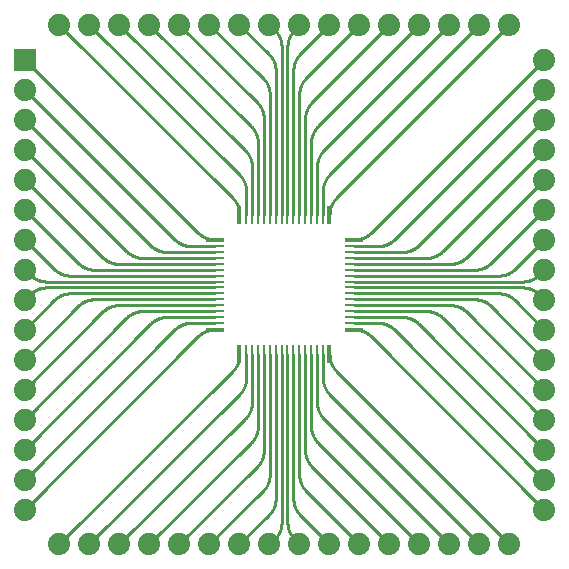
<source format=gtl>
G75*
%MOIN*%
%OFA0B0*%
%FSLAX25Y25*%
%IPPOS*%
%LPD*%
%AMOC8*
5,1,8,0,0,1.08239X$1,22.5*
%
%ADD10R,0.07400X0.07400*%
%ADD11C,0.07400*%
%ADD12R,0.05906X0.01575*%
%ADD13R,0.05906X0.01102*%
%ADD14R,0.01575X0.05906*%
%ADD15R,0.01102X0.05906*%
%ADD16C,0.01000*%
D10*
X0006906Y0168520D03*
D11*
X0006906Y0018520D03*
X0006906Y0028520D03*
X0006906Y0038520D03*
X0006906Y0048520D03*
X0006906Y0058520D03*
X0006906Y0068520D03*
X0006906Y0078520D03*
X0006906Y0088520D03*
X0006906Y0098520D03*
X0006906Y0108520D03*
X0006906Y0118520D03*
X0006906Y0128520D03*
X0006906Y0138520D03*
X0006906Y0148520D03*
X0006906Y0158520D03*
X0018520Y0180134D03*
X0028520Y0180134D03*
X0038520Y0180134D03*
X0048520Y0180134D03*
X0058520Y0180134D03*
X0068520Y0180134D03*
X0078520Y0180134D03*
X0088520Y0180134D03*
X0098520Y0180134D03*
X0108520Y0180134D03*
X0118520Y0180134D03*
X0128520Y0180134D03*
X0138520Y0180134D03*
X0148520Y0180134D03*
X0158520Y0180134D03*
X0168520Y0180134D03*
X0180134Y0168520D03*
X0180134Y0158520D03*
X0180134Y0148520D03*
X0180134Y0138520D03*
X0180134Y0128520D03*
X0180134Y0118520D03*
X0180134Y0108520D03*
X0180134Y0098520D03*
X0180134Y0088520D03*
X0180134Y0078520D03*
X0180134Y0068520D03*
X0180134Y0058520D03*
X0180134Y0048520D03*
X0180134Y0038520D03*
X0180134Y0028520D03*
X0180134Y0018520D03*
X0168520Y0006906D03*
X0158520Y0006906D03*
X0148520Y0006906D03*
X0138520Y0006906D03*
X0128520Y0006906D03*
X0118520Y0006906D03*
X0108520Y0006906D03*
X0098520Y0006906D03*
X0088520Y0006906D03*
X0078520Y0006906D03*
X0068520Y0006906D03*
X0058520Y0006906D03*
X0048520Y0006906D03*
X0038520Y0006906D03*
X0028520Y0006906D03*
X0018520Y0006906D03*
D12*
X0070291Y0078520D03*
X0070291Y0108520D03*
X0116748Y0108520D03*
X0116748Y0078520D03*
D13*
X0116748Y0080724D03*
X0116748Y0082693D03*
X0116748Y0084661D03*
X0116748Y0086630D03*
X0116748Y0088598D03*
X0116748Y0090567D03*
X0116748Y0092535D03*
X0116748Y0094504D03*
X0116748Y0096472D03*
X0116748Y0098441D03*
X0116748Y0100409D03*
X0116748Y0102378D03*
X0116748Y0104346D03*
X0116748Y0106315D03*
X0070291Y0106315D03*
X0070291Y0104346D03*
X0070291Y0102378D03*
X0070291Y0100409D03*
X0070291Y0098441D03*
X0070291Y0096472D03*
X0070291Y0094504D03*
X0070291Y0092535D03*
X0070291Y0090567D03*
X0070291Y0088598D03*
X0070291Y0086630D03*
X0070291Y0084661D03*
X0070291Y0082693D03*
X0070291Y0080724D03*
D14*
X0078520Y0070291D03*
X0108520Y0070291D03*
X0108520Y0116748D03*
X0078520Y0116748D03*
D15*
X0080724Y0116748D03*
X0082693Y0116748D03*
X0084661Y0116748D03*
X0086630Y0116748D03*
X0088598Y0116748D03*
X0090567Y0116748D03*
X0092535Y0116748D03*
X0094504Y0116748D03*
X0096472Y0116748D03*
X0098441Y0116748D03*
X0100409Y0116748D03*
X0102378Y0116748D03*
X0104346Y0116748D03*
X0106315Y0116748D03*
X0106315Y0070291D03*
X0104346Y0070291D03*
X0102378Y0070291D03*
X0100409Y0070291D03*
X0098441Y0070291D03*
X0096472Y0070291D03*
X0094504Y0070291D03*
X0092535Y0070291D03*
X0090567Y0070291D03*
X0088598Y0070291D03*
X0086630Y0070291D03*
X0084661Y0070291D03*
X0082693Y0070291D03*
X0080724Y0070291D03*
D16*
X0080724Y0062372D01*
X0076213Y0064599D02*
X0018520Y0006906D01*
X0028520Y0006906D02*
X0078418Y0056804D01*
X0082693Y0054340D02*
X0082691Y0054153D01*
X0082684Y0053965D01*
X0082673Y0053778D01*
X0082657Y0053592D01*
X0082637Y0053405D01*
X0082613Y0053219D01*
X0082584Y0053034D01*
X0082551Y0052850D01*
X0082513Y0052666D01*
X0082471Y0052484D01*
X0082425Y0052302D01*
X0082374Y0052122D01*
X0082319Y0051942D01*
X0082260Y0051765D01*
X0082197Y0051588D01*
X0082129Y0051414D01*
X0082057Y0051240D01*
X0081981Y0051069D01*
X0081902Y0050899D01*
X0081818Y0050732D01*
X0081730Y0050566D01*
X0081638Y0050403D01*
X0081542Y0050242D01*
X0081443Y0050083D01*
X0081340Y0049927D01*
X0081233Y0049773D01*
X0081122Y0049621D01*
X0081008Y0049473D01*
X0080891Y0049327D01*
X0080770Y0049184D01*
X0080645Y0049043D01*
X0080518Y0048906D01*
X0080387Y0048772D01*
X0038520Y0006906D01*
X0048520Y0006906D02*
X0082355Y0040741D01*
X0086630Y0038277D02*
X0086628Y0038090D01*
X0086621Y0037902D01*
X0086610Y0037715D01*
X0086594Y0037529D01*
X0086574Y0037342D01*
X0086550Y0037156D01*
X0086521Y0036971D01*
X0086488Y0036787D01*
X0086450Y0036603D01*
X0086408Y0036421D01*
X0086362Y0036239D01*
X0086311Y0036059D01*
X0086256Y0035879D01*
X0086197Y0035702D01*
X0086134Y0035525D01*
X0086066Y0035351D01*
X0085994Y0035177D01*
X0085918Y0035006D01*
X0085839Y0034836D01*
X0085755Y0034669D01*
X0085667Y0034503D01*
X0085575Y0034340D01*
X0085479Y0034179D01*
X0085380Y0034020D01*
X0085277Y0033864D01*
X0085170Y0033710D01*
X0085059Y0033558D01*
X0084945Y0033410D01*
X0084828Y0033264D01*
X0084707Y0033121D01*
X0084582Y0032980D01*
X0084455Y0032843D01*
X0084324Y0032709D01*
X0058520Y0006906D01*
X0068520Y0006906D02*
X0086292Y0024678D01*
X0090567Y0022214D02*
X0090565Y0022027D01*
X0090558Y0021839D01*
X0090547Y0021652D01*
X0090531Y0021466D01*
X0090511Y0021279D01*
X0090487Y0021093D01*
X0090458Y0020908D01*
X0090425Y0020724D01*
X0090387Y0020540D01*
X0090345Y0020358D01*
X0090299Y0020176D01*
X0090248Y0019996D01*
X0090193Y0019816D01*
X0090134Y0019639D01*
X0090071Y0019462D01*
X0090003Y0019288D01*
X0089931Y0019114D01*
X0089855Y0018943D01*
X0089776Y0018773D01*
X0089692Y0018606D01*
X0089604Y0018440D01*
X0089512Y0018277D01*
X0089416Y0018116D01*
X0089317Y0017957D01*
X0089214Y0017801D01*
X0089107Y0017647D01*
X0088996Y0017495D01*
X0088882Y0017347D01*
X0088765Y0017201D01*
X0088644Y0017058D01*
X0088519Y0016917D01*
X0088392Y0016780D01*
X0088261Y0016646D01*
X0088261Y0016647D02*
X0078520Y0006906D01*
X0090229Y0008615D02*
X0090360Y0008749D01*
X0090487Y0008886D01*
X0090612Y0009027D01*
X0090733Y0009170D01*
X0090850Y0009316D01*
X0090964Y0009464D01*
X0091075Y0009616D01*
X0091182Y0009770D01*
X0091285Y0009926D01*
X0091384Y0010085D01*
X0091480Y0010246D01*
X0091572Y0010409D01*
X0091660Y0010575D01*
X0091744Y0010742D01*
X0091823Y0010912D01*
X0091899Y0011083D01*
X0091971Y0011257D01*
X0092039Y0011431D01*
X0092102Y0011608D01*
X0092161Y0011785D01*
X0092216Y0011965D01*
X0092267Y0012145D01*
X0092313Y0012327D01*
X0092355Y0012509D01*
X0092393Y0012693D01*
X0092426Y0012877D01*
X0092455Y0013062D01*
X0092479Y0013248D01*
X0092499Y0013435D01*
X0092515Y0013621D01*
X0092526Y0013808D01*
X0092533Y0013996D01*
X0092535Y0014183D01*
X0092535Y0070291D01*
X0090567Y0070291D02*
X0090567Y0022214D01*
X0096472Y0022214D02*
X0096472Y0070291D01*
X0094504Y0070291D02*
X0094504Y0014183D01*
X0098779Y0016647D02*
X0108520Y0006906D01*
X0096810Y0008615D02*
X0096679Y0008749D01*
X0096552Y0008886D01*
X0096427Y0009027D01*
X0096306Y0009170D01*
X0096189Y0009316D01*
X0096075Y0009464D01*
X0095964Y0009616D01*
X0095857Y0009770D01*
X0095754Y0009926D01*
X0095655Y0010085D01*
X0095559Y0010246D01*
X0095467Y0010409D01*
X0095379Y0010575D01*
X0095295Y0010742D01*
X0095216Y0010912D01*
X0095140Y0011083D01*
X0095068Y0011257D01*
X0095000Y0011431D01*
X0094937Y0011608D01*
X0094878Y0011785D01*
X0094823Y0011965D01*
X0094772Y0012145D01*
X0094726Y0012327D01*
X0094684Y0012509D01*
X0094646Y0012693D01*
X0094613Y0012877D01*
X0094584Y0013062D01*
X0094560Y0013248D01*
X0094540Y0013435D01*
X0094524Y0013621D01*
X0094513Y0013808D01*
X0094506Y0013996D01*
X0094504Y0014183D01*
X0096810Y0008615D02*
X0098520Y0006906D01*
X0090229Y0008615D02*
X0088520Y0006906D01*
X0098778Y0016646D02*
X0098647Y0016780D01*
X0098520Y0016917D01*
X0098395Y0017058D01*
X0098274Y0017201D01*
X0098157Y0017347D01*
X0098043Y0017495D01*
X0097932Y0017647D01*
X0097825Y0017801D01*
X0097722Y0017957D01*
X0097623Y0018116D01*
X0097527Y0018277D01*
X0097435Y0018440D01*
X0097347Y0018606D01*
X0097263Y0018773D01*
X0097184Y0018943D01*
X0097108Y0019114D01*
X0097036Y0019288D01*
X0096968Y0019462D01*
X0096905Y0019639D01*
X0096846Y0019816D01*
X0096791Y0019996D01*
X0096740Y0020176D01*
X0096694Y0020358D01*
X0096652Y0020540D01*
X0096614Y0020724D01*
X0096581Y0020908D01*
X0096552Y0021093D01*
X0096528Y0021279D01*
X0096508Y0021466D01*
X0096492Y0021652D01*
X0096481Y0021839D01*
X0096474Y0022027D01*
X0096472Y0022214D01*
X0100747Y0024678D02*
X0118520Y0006906D01*
X0128520Y0006906D02*
X0102716Y0032709D01*
X0098441Y0030246D02*
X0098443Y0030059D01*
X0098450Y0029871D01*
X0098461Y0029684D01*
X0098477Y0029498D01*
X0098497Y0029311D01*
X0098521Y0029125D01*
X0098550Y0028940D01*
X0098583Y0028756D01*
X0098621Y0028572D01*
X0098663Y0028390D01*
X0098709Y0028208D01*
X0098760Y0028028D01*
X0098815Y0027848D01*
X0098874Y0027671D01*
X0098937Y0027494D01*
X0099005Y0027320D01*
X0099077Y0027146D01*
X0099153Y0026975D01*
X0099232Y0026805D01*
X0099316Y0026638D01*
X0099404Y0026472D01*
X0099496Y0026309D01*
X0099592Y0026148D01*
X0099691Y0025989D01*
X0099794Y0025833D01*
X0099901Y0025679D01*
X0100012Y0025527D01*
X0100126Y0025379D01*
X0100243Y0025233D01*
X0100364Y0025090D01*
X0100489Y0024949D01*
X0100616Y0024812D01*
X0100747Y0024678D01*
X0098441Y0030246D02*
X0098441Y0070291D01*
X0100409Y0070291D02*
X0100409Y0038277D01*
X0104684Y0040741D02*
X0138520Y0006906D01*
X0148520Y0006906D02*
X0106653Y0048772D01*
X0102378Y0046309D02*
X0102380Y0046122D01*
X0102387Y0045934D01*
X0102398Y0045747D01*
X0102414Y0045561D01*
X0102434Y0045374D01*
X0102458Y0045188D01*
X0102487Y0045003D01*
X0102520Y0044819D01*
X0102558Y0044635D01*
X0102600Y0044453D01*
X0102646Y0044271D01*
X0102697Y0044091D01*
X0102752Y0043911D01*
X0102811Y0043734D01*
X0102874Y0043557D01*
X0102942Y0043383D01*
X0103014Y0043209D01*
X0103090Y0043038D01*
X0103169Y0042868D01*
X0103253Y0042701D01*
X0103341Y0042535D01*
X0103433Y0042372D01*
X0103529Y0042211D01*
X0103628Y0042052D01*
X0103731Y0041896D01*
X0103838Y0041742D01*
X0103949Y0041590D01*
X0104063Y0041442D01*
X0104180Y0041296D01*
X0104301Y0041153D01*
X0104426Y0041012D01*
X0104553Y0040875D01*
X0104684Y0040741D01*
X0100409Y0038277D02*
X0100411Y0038090D01*
X0100418Y0037902D01*
X0100429Y0037715D01*
X0100445Y0037529D01*
X0100465Y0037342D01*
X0100489Y0037156D01*
X0100518Y0036971D01*
X0100551Y0036787D01*
X0100589Y0036603D01*
X0100631Y0036421D01*
X0100677Y0036239D01*
X0100728Y0036059D01*
X0100783Y0035879D01*
X0100842Y0035702D01*
X0100905Y0035525D01*
X0100973Y0035351D01*
X0101045Y0035177D01*
X0101121Y0035006D01*
X0101200Y0034836D01*
X0101284Y0034669D01*
X0101372Y0034503D01*
X0101464Y0034340D01*
X0101560Y0034179D01*
X0101659Y0034020D01*
X0101762Y0033864D01*
X0101869Y0033710D01*
X0101980Y0033558D01*
X0102094Y0033410D01*
X0102211Y0033264D01*
X0102332Y0033121D01*
X0102457Y0032980D01*
X0102584Y0032843D01*
X0102715Y0032709D01*
X0102378Y0046309D02*
X0102378Y0070291D01*
X0104346Y0070291D02*
X0104346Y0054340D01*
X0108621Y0056804D02*
X0158520Y0006906D01*
X0168520Y0006906D02*
X0110826Y0064599D01*
X0106315Y0062372D02*
X0106317Y0062185D01*
X0106324Y0061997D01*
X0106335Y0061810D01*
X0106351Y0061624D01*
X0106371Y0061437D01*
X0106395Y0061251D01*
X0106424Y0061066D01*
X0106457Y0060882D01*
X0106495Y0060698D01*
X0106537Y0060516D01*
X0106583Y0060334D01*
X0106634Y0060154D01*
X0106689Y0059974D01*
X0106748Y0059797D01*
X0106811Y0059620D01*
X0106879Y0059446D01*
X0106951Y0059272D01*
X0107027Y0059101D01*
X0107106Y0058931D01*
X0107190Y0058764D01*
X0107278Y0058598D01*
X0107370Y0058435D01*
X0107466Y0058274D01*
X0107565Y0058115D01*
X0107668Y0057959D01*
X0107775Y0057805D01*
X0107886Y0057653D01*
X0108000Y0057505D01*
X0108117Y0057359D01*
X0108238Y0057216D01*
X0108363Y0057075D01*
X0108490Y0056938D01*
X0108621Y0056804D01*
X0104346Y0054340D02*
X0104348Y0054153D01*
X0104355Y0053965D01*
X0104366Y0053778D01*
X0104382Y0053592D01*
X0104402Y0053405D01*
X0104426Y0053219D01*
X0104455Y0053034D01*
X0104488Y0052850D01*
X0104526Y0052666D01*
X0104568Y0052484D01*
X0104614Y0052302D01*
X0104665Y0052122D01*
X0104720Y0051942D01*
X0104779Y0051765D01*
X0104842Y0051588D01*
X0104910Y0051414D01*
X0104982Y0051240D01*
X0105058Y0051069D01*
X0105137Y0050899D01*
X0105221Y0050732D01*
X0105309Y0050566D01*
X0105401Y0050403D01*
X0105497Y0050242D01*
X0105596Y0050083D01*
X0105699Y0049927D01*
X0105806Y0049773D01*
X0105917Y0049621D01*
X0106031Y0049473D01*
X0106148Y0049327D01*
X0106269Y0049184D01*
X0106394Y0049043D01*
X0106521Y0048906D01*
X0106652Y0048772D01*
X0106315Y0062372D02*
X0106315Y0070291D01*
X0108520Y0070291D02*
X0108520Y0070167D01*
X0108522Y0069980D01*
X0108529Y0069792D01*
X0108540Y0069605D01*
X0108556Y0069419D01*
X0108576Y0069232D01*
X0108600Y0069046D01*
X0108629Y0068861D01*
X0108662Y0068677D01*
X0108700Y0068493D01*
X0108742Y0068311D01*
X0108788Y0068129D01*
X0108839Y0067949D01*
X0108894Y0067769D01*
X0108953Y0067592D01*
X0109016Y0067415D01*
X0109084Y0067241D01*
X0109156Y0067067D01*
X0109232Y0066896D01*
X0109311Y0066726D01*
X0109395Y0066559D01*
X0109483Y0066393D01*
X0109575Y0066230D01*
X0109671Y0066069D01*
X0109770Y0065910D01*
X0109873Y0065754D01*
X0109980Y0065600D01*
X0110091Y0065448D01*
X0110205Y0065300D01*
X0110322Y0065154D01*
X0110443Y0065011D01*
X0110568Y0064870D01*
X0110695Y0064733D01*
X0110826Y0064599D01*
X0116872Y0078520D02*
X0117059Y0078518D01*
X0117247Y0078511D01*
X0117434Y0078500D01*
X0117620Y0078484D01*
X0117807Y0078464D01*
X0117993Y0078440D01*
X0118178Y0078411D01*
X0118362Y0078378D01*
X0118546Y0078340D01*
X0118728Y0078298D01*
X0118910Y0078252D01*
X0119090Y0078201D01*
X0119270Y0078146D01*
X0119447Y0078087D01*
X0119624Y0078024D01*
X0119798Y0077956D01*
X0119972Y0077884D01*
X0120143Y0077808D01*
X0120313Y0077729D01*
X0120480Y0077645D01*
X0120646Y0077557D01*
X0120809Y0077465D01*
X0120970Y0077369D01*
X0121129Y0077270D01*
X0121285Y0077167D01*
X0121439Y0077060D01*
X0121591Y0076949D01*
X0121739Y0076835D01*
X0121885Y0076718D01*
X0122028Y0076597D01*
X0122169Y0076472D01*
X0122306Y0076345D01*
X0122440Y0076214D01*
X0122440Y0076213D02*
X0180134Y0018520D01*
X0180134Y0028520D02*
X0130235Y0078418D01*
X0132699Y0082693D02*
X0132886Y0082691D01*
X0133074Y0082684D01*
X0133261Y0082673D01*
X0133447Y0082657D01*
X0133634Y0082637D01*
X0133820Y0082613D01*
X0134005Y0082584D01*
X0134189Y0082551D01*
X0134373Y0082513D01*
X0134555Y0082471D01*
X0134737Y0082425D01*
X0134917Y0082374D01*
X0135097Y0082319D01*
X0135274Y0082260D01*
X0135451Y0082197D01*
X0135625Y0082129D01*
X0135799Y0082057D01*
X0135970Y0081981D01*
X0136140Y0081902D01*
X0136307Y0081818D01*
X0136473Y0081730D01*
X0136636Y0081638D01*
X0136797Y0081542D01*
X0136956Y0081443D01*
X0137112Y0081340D01*
X0137266Y0081233D01*
X0137418Y0081122D01*
X0137566Y0081008D01*
X0137712Y0080891D01*
X0137855Y0080770D01*
X0137996Y0080645D01*
X0138133Y0080518D01*
X0138267Y0080387D01*
X0180134Y0038520D01*
X0180134Y0048520D02*
X0146298Y0082355D01*
X0148762Y0086630D02*
X0148949Y0086628D01*
X0149137Y0086621D01*
X0149324Y0086610D01*
X0149510Y0086594D01*
X0149697Y0086574D01*
X0149883Y0086550D01*
X0150068Y0086521D01*
X0150252Y0086488D01*
X0150436Y0086450D01*
X0150618Y0086408D01*
X0150800Y0086362D01*
X0150980Y0086311D01*
X0151160Y0086256D01*
X0151337Y0086197D01*
X0151514Y0086134D01*
X0151688Y0086066D01*
X0151862Y0085994D01*
X0152033Y0085918D01*
X0152203Y0085839D01*
X0152370Y0085755D01*
X0152536Y0085667D01*
X0152699Y0085575D01*
X0152860Y0085479D01*
X0153019Y0085380D01*
X0153175Y0085277D01*
X0153329Y0085170D01*
X0153481Y0085059D01*
X0153629Y0084945D01*
X0153775Y0084828D01*
X0153918Y0084707D01*
X0154059Y0084582D01*
X0154196Y0084455D01*
X0154330Y0084324D01*
X0180134Y0058520D01*
X0180134Y0068520D02*
X0162361Y0086292D01*
X0164825Y0090567D02*
X0165012Y0090565D01*
X0165200Y0090558D01*
X0165387Y0090547D01*
X0165573Y0090531D01*
X0165760Y0090511D01*
X0165946Y0090487D01*
X0166131Y0090458D01*
X0166315Y0090425D01*
X0166499Y0090387D01*
X0166681Y0090345D01*
X0166863Y0090299D01*
X0167043Y0090248D01*
X0167223Y0090193D01*
X0167400Y0090134D01*
X0167577Y0090071D01*
X0167751Y0090003D01*
X0167925Y0089931D01*
X0168096Y0089855D01*
X0168266Y0089776D01*
X0168433Y0089692D01*
X0168599Y0089604D01*
X0168762Y0089512D01*
X0168923Y0089416D01*
X0169082Y0089317D01*
X0169238Y0089214D01*
X0169392Y0089107D01*
X0169544Y0088996D01*
X0169692Y0088882D01*
X0169838Y0088765D01*
X0169981Y0088644D01*
X0170122Y0088519D01*
X0170259Y0088392D01*
X0170393Y0088261D01*
X0180134Y0078520D01*
X0178425Y0090229D02*
X0178291Y0090360D01*
X0178154Y0090487D01*
X0178013Y0090612D01*
X0177870Y0090733D01*
X0177724Y0090850D01*
X0177576Y0090964D01*
X0177424Y0091075D01*
X0177270Y0091182D01*
X0177114Y0091285D01*
X0176955Y0091384D01*
X0176794Y0091480D01*
X0176631Y0091572D01*
X0176465Y0091660D01*
X0176298Y0091744D01*
X0176128Y0091823D01*
X0175957Y0091899D01*
X0175783Y0091971D01*
X0175609Y0092039D01*
X0175432Y0092102D01*
X0175255Y0092161D01*
X0175075Y0092216D01*
X0174895Y0092267D01*
X0174713Y0092313D01*
X0174531Y0092355D01*
X0174347Y0092393D01*
X0174163Y0092426D01*
X0173978Y0092455D01*
X0173792Y0092479D01*
X0173605Y0092499D01*
X0173419Y0092515D01*
X0173232Y0092526D01*
X0173044Y0092533D01*
X0172857Y0092535D01*
X0116748Y0092535D01*
X0116748Y0090567D02*
X0164825Y0090567D01*
X0164825Y0096472D02*
X0116748Y0096472D01*
X0116748Y0094504D02*
X0172857Y0094504D01*
X0170393Y0098779D02*
X0180134Y0108520D01*
X0178425Y0096810D02*
X0178291Y0096679D01*
X0178154Y0096552D01*
X0178013Y0096427D01*
X0177870Y0096306D01*
X0177724Y0096189D01*
X0177576Y0096075D01*
X0177424Y0095964D01*
X0177270Y0095857D01*
X0177114Y0095754D01*
X0176955Y0095655D01*
X0176794Y0095559D01*
X0176631Y0095467D01*
X0176465Y0095379D01*
X0176298Y0095295D01*
X0176128Y0095216D01*
X0175957Y0095140D01*
X0175783Y0095068D01*
X0175609Y0095000D01*
X0175432Y0094937D01*
X0175255Y0094878D01*
X0175075Y0094823D01*
X0174895Y0094772D01*
X0174713Y0094726D01*
X0174531Y0094684D01*
X0174347Y0094646D01*
X0174163Y0094613D01*
X0173978Y0094584D01*
X0173792Y0094560D01*
X0173605Y0094540D01*
X0173419Y0094524D01*
X0173232Y0094513D01*
X0173044Y0094506D01*
X0172857Y0094504D01*
X0178424Y0096810D02*
X0180134Y0098520D01*
X0178424Y0090229D02*
X0180134Y0088520D01*
X0170393Y0098778D02*
X0170259Y0098647D01*
X0170122Y0098520D01*
X0169981Y0098395D01*
X0169838Y0098274D01*
X0169692Y0098157D01*
X0169544Y0098043D01*
X0169392Y0097932D01*
X0169238Y0097825D01*
X0169082Y0097722D01*
X0168923Y0097623D01*
X0168762Y0097527D01*
X0168599Y0097435D01*
X0168433Y0097347D01*
X0168266Y0097263D01*
X0168096Y0097184D01*
X0167925Y0097108D01*
X0167751Y0097036D01*
X0167577Y0096968D01*
X0167400Y0096905D01*
X0167223Y0096846D01*
X0167043Y0096791D01*
X0166863Y0096740D01*
X0166681Y0096694D01*
X0166499Y0096652D01*
X0166315Y0096614D01*
X0166131Y0096581D01*
X0165946Y0096552D01*
X0165760Y0096528D01*
X0165573Y0096508D01*
X0165387Y0096492D01*
X0165200Y0096481D01*
X0165012Y0096474D01*
X0164825Y0096472D01*
X0162361Y0100747D02*
X0180134Y0118520D01*
X0180134Y0128520D02*
X0154330Y0102716D01*
X0156794Y0098441D02*
X0156981Y0098443D01*
X0157169Y0098450D01*
X0157356Y0098461D01*
X0157542Y0098477D01*
X0157729Y0098497D01*
X0157915Y0098521D01*
X0158100Y0098550D01*
X0158284Y0098583D01*
X0158468Y0098621D01*
X0158650Y0098663D01*
X0158832Y0098709D01*
X0159012Y0098760D01*
X0159192Y0098815D01*
X0159369Y0098874D01*
X0159546Y0098937D01*
X0159720Y0099005D01*
X0159894Y0099077D01*
X0160065Y0099153D01*
X0160235Y0099232D01*
X0160402Y0099316D01*
X0160568Y0099404D01*
X0160731Y0099496D01*
X0160892Y0099592D01*
X0161051Y0099691D01*
X0161207Y0099794D01*
X0161361Y0099901D01*
X0161513Y0100012D01*
X0161661Y0100126D01*
X0161807Y0100243D01*
X0161950Y0100364D01*
X0162091Y0100489D01*
X0162228Y0100616D01*
X0162362Y0100747D01*
X0156794Y0098441D02*
X0116748Y0098441D01*
X0116748Y0100409D02*
X0148762Y0100409D01*
X0146298Y0104684D02*
X0180134Y0138520D01*
X0180134Y0148520D02*
X0138267Y0106653D01*
X0140731Y0102378D02*
X0140918Y0102380D01*
X0141106Y0102387D01*
X0141293Y0102398D01*
X0141479Y0102414D01*
X0141666Y0102434D01*
X0141852Y0102458D01*
X0142037Y0102487D01*
X0142221Y0102520D01*
X0142405Y0102558D01*
X0142587Y0102600D01*
X0142769Y0102646D01*
X0142949Y0102697D01*
X0143129Y0102752D01*
X0143306Y0102811D01*
X0143483Y0102874D01*
X0143657Y0102942D01*
X0143831Y0103014D01*
X0144002Y0103090D01*
X0144172Y0103169D01*
X0144339Y0103253D01*
X0144505Y0103341D01*
X0144668Y0103433D01*
X0144829Y0103529D01*
X0144988Y0103628D01*
X0145144Y0103731D01*
X0145298Y0103838D01*
X0145450Y0103949D01*
X0145598Y0104063D01*
X0145744Y0104180D01*
X0145887Y0104301D01*
X0146028Y0104426D01*
X0146165Y0104553D01*
X0146299Y0104684D01*
X0148762Y0100409D02*
X0148949Y0100411D01*
X0149137Y0100418D01*
X0149324Y0100429D01*
X0149510Y0100445D01*
X0149697Y0100465D01*
X0149883Y0100489D01*
X0150068Y0100518D01*
X0150252Y0100551D01*
X0150436Y0100589D01*
X0150618Y0100631D01*
X0150800Y0100677D01*
X0150980Y0100728D01*
X0151160Y0100783D01*
X0151337Y0100842D01*
X0151514Y0100905D01*
X0151688Y0100973D01*
X0151862Y0101045D01*
X0152033Y0101121D01*
X0152203Y0101200D01*
X0152370Y0101284D01*
X0152536Y0101372D01*
X0152699Y0101464D01*
X0152860Y0101560D01*
X0153019Y0101659D01*
X0153175Y0101762D01*
X0153329Y0101869D01*
X0153481Y0101980D01*
X0153629Y0102094D01*
X0153775Y0102211D01*
X0153918Y0102332D01*
X0154059Y0102457D01*
X0154196Y0102584D01*
X0154330Y0102715D01*
X0140731Y0102378D02*
X0116748Y0102378D01*
X0116748Y0104346D02*
X0132699Y0104346D01*
X0130235Y0108621D02*
X0180134Y0158520D01*
X0180134Y0168520D02*
X0122440Y0110826D01*
X0124668Y0106315D02*
X0124855Y0106317D01*
X0125043Y0106324D01*
X0125230Y0106335D01*
X0125416Y0106351D01*
X0125603Y0106371D01*
X0125789Y0106395D01*
X0125974Y0106424D01*
X0126158Y0106457D01*
X0126342Y0106495D01*
X0126524Y0106537D01*
X0126706Y0106583D01*
X0126886Y0106634D01*
X0127066Y0106689D01*
X0127243Y0106748D01*
X0127420Y0106811D01*
X0127594Y0106879D01*
X0127768Y0106951D01*
X0127939Y0107027D01*
X0128109Y0107106D01*
X0128276Y0107190D01*
X0128442Y0107278D01*
X0128605Y0107370D01*
X0128766Y0107466D01*
X0128925Y0107565D01*
X0129081Y0107668D01*
X0129235Y0107775D01*
X0129387Y0107886D01*
X0129535Y0108000D01*
X0129681Y0108117D01*
X0129824Y0108238D01*
X0129965Y0108363D01*
X0130102Y0108490D01*
X0130236Y0108621D01*
X0132699Y0104346D02*
X0132886Y0104348D01*
X0133074Y0104355D01*
X0133261Y0104366D01*
X0133447Y0104382D01*
X0133634Y0104402D01*
X0133820Y0104426D01*
X0134005Y0104455D01*
X0134189Y0104488D01*
X0134373Y0104526D01*
X0134555Y0104568D01*
X0134737Y0104614D01*
X0134917Y0104665D01*
X0135097Y0104720D01*
X0135274Y0104779D01*
X0135451Y0104842D01*
X0135625Y0104910D01*
X0135799Y0104982D01*
X0135970Y0105058D01*
X0136140Y0105137D01*
X0136307Y0105221D01*
X0136473Y0105309D01*
X0136636Y0105401D01*
X0136797Y0105497D01*
X0136956Y0105596D01*
X0137112Y0105699D01*
X0137266Y0105806D01*
X0137418Y0105917D01*
X0137566Y0106031D01*
X0137712Y0106148D01*
X0137855Y0106269D01*
X0137996Y0106394D01*
X0138133Y0106521D01*
X0138267Y0106652D01*
X0124668Y0106315D02*
X0116748Y0106315D01*
X0116748Y0108520D02*
X0116872Y0108520D01*
X0117059Y0108522D01*
X0117247Y0108529D01*
X0117434Y0108540D01*
X0117620Y0108556D01*
X0117807Y0108576D01*
X0117993Y0108600D01*
X0118178Y0108629D01*
X0118362Y0108662D01*
X0118546Y0108700D01*
X0118728Y0108742D01*
X0118910Y0108788D01*
X0119090Y0108839D01*
X0119270Y0108894D01*
X0119447Y0108953D01*
X0119624Y0109016D01*
X0119798Y0109084D01*
X0119972Y0109156D01*
X0120143Y0109232D01*
X0120313Y0109311D01*
X0120480Y0109395D01*
X0120646Y0109483D01*
X0120809Y0109575D01*
X0120970Y0109671D01*
X0121129Y0109770D01*
X0121285Y0109873D01*
X0121439Y0109980D01*
X0121591Y0110091D01*
X0121739Y0110205D01*
X0121885Y0110322D01*
X0122028Y0110443D01*
X0122169Y0110568D01*
X0122306Y0110695D01*
X0122440Y0110826D01*
X0108520Y0116872D02*
X0108522Y0117059D01*
X0108529Y0117247D01*
X0108540Y0117434D01*
X0108556Y0117620D01*
X0108576Y0117807D01*
X0108600Y0117993D01*
X0108629Y0118178D01*
X0108662Y0118362D01*
X0108700Y0118546D01*
X0108742Y0118728D01*
X0108788Y0118910D01*
X0108839Y0119090D01*
X0108894Y0119270D01*
X0108953Y0119447D01*
X0109016Y0119624D01*
X0109084Y0119798D01*
X0109156Y0119972D01*
X0109232Y0120143D01*
X0109311Y0120313D01*
X0109395Y0120480D01*
X0109483Y0120646D01*
X0109575Y0120809D01*
X0109671Y0120970D01*
X0109770Y0121129D01*
X0109873Y0121285D01*
X0109980Y0121439D01*
X0110091Y0121591D01*
X0110205Y0121739D01*
X0110322Y0121885D01*
X0110443Y0122028D01*
X0110568Y0122169D01*
X0110695Y0122306D01*
X0110826Y0122440D01*
X0168520Y0180134D01*
X0158520Y0180134D02*
X0108621Y0130235D01*
X0104346Y0132699D02*
X0104348Y0132886D01*
X0104355Y0133074D01*
X0104366Y0133261D01*
X0104382Y0133447D01*
X0104402Y0133634D01*
X0104426Y0133820D01*
X0104455Y0134005D01*
X0104488Y0134189D01*
X0104526Y0134373D01*
X0104568Y0134555D01*
X0104614Y0134737D01*
X0104665Y0134917D01*
X0104720Y0135097D01*
X0104779Y0135274D01*
X0104842Y0135451D01*
X0104910Y0135625D01*
X0104982Y0135799D01*
X0105058Y0135970D01*
X0105137Y0136140D01*
X0105221Y0136307D01*
X0105309Y0136473D01*
X0105401Y0136636D01*
X0105497Y0136797D01*
X0105596Y0136956D01*
X0105699Y0137112D01*
X0105806Y0137266D01*
X0105917Y0137418D01*
X0106031Y0137566D01*
X0106148Y0137712D01*
X0106269Y0137855D01*
X0106394Y0137996D01*
X0106521Y0138133D01*
X0106652Y0138267D01*
X0106653Y0138267D02*
X0148520Y0180134D01*
X0138520Y0180134D02*
X0104684Y0146298D01*
X0100409Y0148762D02*
X0100411Y0148949D01*
X0100418Y0149137D01*
X0100429Y0149324D01*
X0100445Y0149510D01*
X0100465Y0149697D01*
X0100489Y0149883D01*
X0100518Y0150068D01*
X0100551Y0150252D01*
X0100589Y0150436D01*
X0100631Y0150618D01*
X0100677Y0150800D01*
X0100728Y0150980D01*
X0100783Y0151160D01*
X0100842Y0151337D01*
X0100905Y0151514D01*
X0100973Y0151688D01*
X0101045Y0151862D01*
X0101121Y0152033D01*
X0101200Y0152203D01*
X0101284Y0152370D01*
X0101372Y0152536D01*
X0101464Y0152699D01*
X0101560Y0152860D01*
X0101659Y0153019D01*
X0101762Y0153175D01*
X0101869Y0153329D01*
X0101980Y0153481D01*
X0102094Y0153629D01*
X0102211Y0153775D01*
X0102332Y0153918D01*
X0102457Y0154059D01*
X0102584Y0154196D01*
X0102715Y0154330D01*
X0102716Y0154330D02*
X0128520Y0180134D01*
X0118520Y0180134D02*
X0100747Y0162361D01*
X0096472Y0164825D02*
X0096474Y0165012D01*
X0096481Y0165200D01*
X0096492Y0165387D01*
X0096508Y0165573D01*
X0096528Y0165760D01*
X0096552Y0165946D01*
X0096581Y0166131D01*
X0096614Y0166315D01*
X0096652Y0166499D01*
X0096694Y0166681D01*
X0096740Y0166863D01*
X0096791Y0167043D01*
X0096846Y0167223D01*
X0096905Y0167400D01*
X0096968Y0167577D01*
X0097036Y0167751D01*
X0097108Y0167925D01*
X0097184Y0168096D01*
X0097263Y0168266D01*
X0097347Y0168433D01*
X0097435Y0168599D01*
X0097527Y0168762D01*
X0097623Y0168923D01*
X0097722Y0169082D01*
X0097825Y0169238D01*
X0097932Y0169392D01*
X0098043Y0169544D01*
X0098157Y0169692D01*
X0098274Y0169838D01*
X0098395Y0169981D01*
X0098520Y0170122D01*
X0098647Y0170259D01*
X0098778Y0170393D01*
X0098779Y0170393D02*
X0108520Y0180134D01*
X0096810Y0178425D02*
X0096679Y0178291D01*
X0096552Y0178154D01*
X0096427Y0178013D01*
X0096306Y0177870D01*
X0096189Y0177724D01*
X0096075Y0177576D01*
X0095964Y0177424D01*
X0095857Y0177270D01*
X0095754Y0177114D01*
X0095655Y0176955D01*
X0095559Y0176794D01*
X0095467Y0176631D01*
X0095379Y0176465D01*
X0095295Y0176298D01*
X0095216Y0176128D01*
X0095140Y0175957D01*
X0095068Y0175783D01*
X0095000Y0175609D01*
X0094937Y0175432D01*
X0094878Y0175255D01*
X0094823Y0175075D01*
X0094772Y0174895D01*
X0094726Y0174713D01*
X0094684Y0174531D01*
X0094646Y0174347D01*
X0094613Y0174163D01*
X0094584Y0173978D01*
X0094560Y0173792D01*
X0094540Y0173605D01*
X0094524Y0173419D01*
X0094513Y0173232D01*
X0094506Y0173044D01*
X0094504Y0172857D01*
X0094504Y0116748D01*
X0096472Y0116748D02*
X0096472Y0164825D01*
X0090567Y0164825D02*
X0090567Y0116748D01*
X0092535Y0116748D02*
X0092535Y0172857D01*
X0088261Y0170393D02*
X0078520Y0180134D01*
X0090229Y0178425D02*
X0090360Y0178291D01*
X0090487Y0178154D01*
X0090612Y0178013D01*
X0090733Y0177870D01*
X0090850Y0177724D01*
X0090964Y0177576D01*
X0091075Y0177424D01*
X0091182Y0177270D01*
X0091285Y0177114D01*
X0091384Y0176955D01*
X0091480Y0176794D01*
X0091572Y0176631D01*
X0091660Y0176465D01*
X0091744Y0176298D01*
X0091823Y0176128D01*
X0091899Y0175957D01*
X0091971Y0175783D01*
X0092039Y0175609D01*
X0092102Y0175432D01*
X0092161Y0175255D01*
X0092216Y0175075D01*
X0092267Y0174895D01*
X0092313Y0174713D01*
X0092355Y0174531D01*
X0092393Y0174347D01*
X0092426Y0174163D01*
X0092455Y0173978D01*
X0092479Y0173792D01*
X0092499Y0173605D01*
X0092515Y0173419D01*
X0092526Y0173232D01*
X0092533Y0173044D01*
X0092535Y0172857D01*
X0090229Y0178424D02*
X0088520Y0180134D01*
X0096810Y0178424D02*
X0098520Y0180134D01*
X0088261Y0170393D02*
X0088392Y0170259D01*
X0088519Y0170122D01*
X0088644Y0169981D01*
X0088765Y0169838D01*
X0088882Y0169692D01*
X0088996Y0169544D01*
X0089107Y0169392D01*
X0089214Y0169238D01*
X0089317Y0169082D01*
X0089416Y0168923D01*
X0089512Y0168762D01*
X0089604Y0168599D01*
X0089692Y0168433D01*
X0089776Y0168266D01*
X0089855Y0168096D01*
X0089931Y0167925D01*
X0090003Y0167751D01*
X0090071Y0167577D01*
X0090134Y0167400D01*
X0090193Y0167223D01*
X0090248Y0167043D01*
X0090299Y0166863D01*
X0090345Y0166681D01*
X0090387Y0166499D01*
X0090425Y0166315D01*
X0090458Y0166131D01*
X0090487Y0165946D01*
X0090511Y0165760D01*
X0090531Y0165573D01*
X0090547Y0165387D01*
X0090558Y0165200D01*
X0090565Y0165012D01*
X0090567Y0164825D01*
X0086292Y0162361D02*
X0068520Y0180134D01*
X0058520Y0180134D02*
X0084324Y0154330D01*
X0088598Y0156794D02*
X0088596Y0156981D01*
X0088589Y0157169D01*
X0088578Y0157356D01*
X0088562Y0157542D01*
X0088542Y0157729D01*
X0088518Y0157915D01*
X0088489Y0158100D01*
X0088456Y0158284D01*
X0088418Y0158468D01*
X0088376Y0158650D01*
X0088330Y0158832D01*
X0088279Y0159012D01*
X0088224Y0159192D01*
X0088165Y0159369D01*
X0088102Y0159546D01*
X0088034Y0159720D01*
X0087962Y0159894D01*
X0087886Y0160065D01*
X0087807Y0160235D01*
X0087723Y0160402D01*
X0087635Y0160568D01*
X0087543Y0160731D01*
X0087447Y0160892D01*
X0087348Y0161051D01*
X0087245Y0161207D01*
X0087138Y0161361D01*
X0087027Y0161513D01*
X0086913Y0161661D01*
X0086796Y0161807D01*
X0086675Y0161950D01*
X0086550Y0162091D01*
X0086423Y0162228D01*
X0086292Y0162362D01*
X0088598Y0156794D02*
X0088598Y0116748D01*
X0086630Y0116748D02*
X0086630Y0148762D01*
X0082355Y0146298D02*
X0048520Y0180134D01*
X0038520Y0180134D02*
X0080387Y0138267D01*
X0084661Y0140731D02*
X0084659Y0140918D01*
X0084652Y0141106D01*
X0084641Y0141293D01*
X0084625Y0141479D01*
X0084605Y0141666D01*
X0084581Y0141852D01*
X0084552Y0142037D01*
X0084519Y0142221D01*
X0084481Y0142405D01*
X0084439Y0142587D01*
X0084393Y0142769D01*
X0084342Y0142949D01*
X0084287Y0143129D01*
X0084228Y0143306D01*
X0084165Y0143483D01*
X0084097Y0143657D01*
X0084025Y0143831D01*
X0083949Y0144002D01*
X0083870Y0144172D01*
X0083786Y0144339D01*
X0083698Y0144505D01*
X0083606Y0144668D01*
X0083510Y0144829D01*
X0083411Y0144988D01*
X0083308Y0145144D01*
X0083201Y0145298D01*
X0083090Y0145450D01*
X0082976Y0145598D01*
X0082859Y0145744D01*
X0082738Y0145887D01*
X0082613Y0146028D01*
X0082486Y0146165D01*
X0082355Y0146299D01*
X0086630Y0148762D02*
X0086628Y0148949D01*
X0086621Y0149137D01*
X0086610Y0149324D01*
X0086594Y0149510D01*
X0086574Y0149697D01*
X0086550Y0149883D01*
X0086521Y0150068D01*
X0086488Y0150252D01*
X0086450Y0150436D01*
X0086408Y0150618D01*
X0086362Y0150800D01*
X0086311Y0150980D01*
X0086256Y0151160D01*
X0086197Y0151337D01*
X0086134Y0151514D01*
X0086066Y0151688D01*
X0085994Y0151862D01*
X0085918Y0152033D01*
X0085839Y0152203D01*
X0085755Y0152370D01*
X0085667Y0152536D01*
X0085575Y0152699D01*
X0085479Y0152860D01*
X0085380Y0153019D01*
X0085277Y0153175D01*
X0085170Y0153329D01*
X0085059Y0153481D01*
X0084945Y0153629D01*
X0084828Y0153775D01*
X0084707Y0153918D01*
X0084582Y0154059D01*
X0084455Y0154196D01*
X0084324Y0154330D01*
X0084661Y0140731D02*
X0084661Y0116748D01*
X0082693Y0116748D02*
X0082693Y0132699D01*
X0078418Y0130235D02*
X0028520Y0180134D01*
X0018520Y0180134D02*
X0076213Y0122440D01*
X0080724Y0124668D02*
X0080722Y0124855D01*
X0080715Y0125043D01*
X0080704Y0125230D01*
X0080688Y0125416D01*
X0080668Y0125603D01*
X0080644Y0125789D01*
X0080615Y0125974D01*
X0080582Y0126158D01*
X0080544Y0126342D01*
X0080502Y0126524D01*
X0080456Y0126706D01*
X0080405Y0126886D01*
X0080350Y0127066D01*
X0080291Y0127243D01*
X0080228Y0127420D01*
X0080160Y0127594D01*
X0080088Y0127768D01*
X0080012Y0127939D01*
X0079933Y0128109D01*
X0079849Y0128276D01*
X0079761Y0128442D01*
X0079669Y0128605D01*
X0079573Y0128766D01*
X0079474Y0128925D01*
X0079371Y0129081D01*
X0079264Y0129235D01*
X0079153Y0129387D01*
X0079039Y0129535D01*
X0078922Y0129681D01*
X0078801Y0129824D01*
X0078676Y0129965D01*
X0078549Y0130102D01*
X0078418Y0130236D01*
X0082693Y0132699D02*
X0082691Y0132886D01*
X0082684Y0133074D01*
X0082673Y0133261D01*
X0082657Y0133447D01*
X0082637Y0133634D01*
X0082613Y0133820D01*
X0082584Y0134005D01*
X0082551Y0134189D01*
X0082513Y0134373D01*
X0082471Y0134555D01*
X0082425Y0134737D01*
X0082374Y0134917D01*
X0082319Y0135097D01*
X0082260Y0135274D01*
X0082197Y0135451D01*
X0082129Y0135625D01*
X0082057Y0135799D01*
X0081981Y0135970D01*
X0081902Y0136140D01*
X0081818Y0136307D01*
X0081730Y0136473D01*
X0081638Y0136636D01*
X0081542Y0136797D01*
X0081443Y0136956D01*
X0081340Y0137112D01*
X0081233Y0137266D01*
X0081122Y0137418D01*
X0081008Y0137566D01*
X0080891Y0137712D01*
X0080770Y0137855D01*
X0080645Y0137996D01*
X0080518Y0138133D01*
X0080387Y0138267D01*
X0080724Y0124668D02*
X0080724Y0116748D01*
X0078520Y0116748D02*
X0078520Y0116872D01*
X0078518Y0117059D01*
X0078511Y0117247D01*
X0078500Y0117434D01*
X0078484Y0117620D01*
X0078464Y0117807D01*
X0078440Y0117993D01*
X0078411Y0118178D01*
X0078378Y0118362D01*
X0078340Y0118546D01*
X0078298Y0118728D01*
X0078252Y0118910D01*
X0078201Y0119090D01*
X0078146Y0119270D01*
X0078087Y0119447D01*
X0078024Y0119624D01*
X0077956Y0119798D01*
X0077884Y0119972D01*
X0077808Y0120143D01*
X0077729Y0120313D01*
X0077645Y0120480D01*
X0077557Y0120646D01*
X0077465Y0120809D01*
X0077369Y0120970D01*
X0077270Y0121129D01*
X0077167Y0121285D01*
X0077060Y0121439D01*
X0076949Y0121591D01*
X0076835Y0121739D01*
X0076718Y0121885D01*
X0076597Y0122028D01*
X0076472Y0122169D01*
X0076345Y0122306D01*
X0076214Y0122440D01*
X0070167Y0108520D02*
X0069980Y0108522D01*
X0069792Y0108529D01*
X0069605Y0108540D01*
X0069419Y0108556D01*
X0069232Y0108576D01*
X0069046Y0108600D01*
X0068861Y0108629D01*
X0068677Y0108662D01*
X0068493Y0108700D01*
X0068311Y0108742D01*
X0068129Y0108788D01*
X0067949Y0108839D01*
X0067769Y0108894D01*
X0067592Y0108953D01*
X0067415Y0109016D01*
X0067241Y0109084D01*
X0067067Y0109156D01*
X0066896Y0109232D01*
X0066726Y0109311D01*
X0066559Y0109395D01*
X0066393Y0109483D01*
X0066230Y0109575D01*
X0066069Y0109671D01*
X0065910Y0109770D01*
X0065754Y0109873D01*
X0065600Y0109980D01*
X0065448Y0110091D01*
X0065300Y0110205D01*
X0065154Y0110322D01*
X0065011Y0110443D01*
X0064870Y0110568D01*
X0064733Y0110695D01*
X0064599Y0110826D01*
X0006906Y0168520D01*
X0006906Y0158520D02*
X0056804Y0108621D01*
X0054340Y0104346D02*
X0054153Y0104348D01*
X0053965Y0104355D01*
X0053778Y0104366D01*
X0053592Y0104382D01*
X0053405Y0104402D01*
X0053219Y0104426D01*
X0053034Y0104455D01*
X0052850Y0104488D01*
X0052666Y0104526D01*
X0052484Y0104568D01*
X0052302Y0104614D01*
X0052122Y0104665D01*
X0051942Y0104720D01*
X0051765Y0104779D01*
X0051588Y0104842D01*
X0051414Y0104910D01*
X0051240Y0104982D01*
X0051069Y0105058D01*
X0050899Y0105137D01*
X0050732Y0105221D01*
X0050566Y0105309D01*
X0050403Y0105401D01*
X0050242Y0105497D01*
X0050083Y0105596D01*
X0049927Y0105699D01*
X0049773Y0105806D01*
X0049621Y0105917D01*
X0049473Y0106031D01*
X0049327Y0106148D01*
X0049184Y0106269D01*
X0049043Y0106394D01*
X0048906Y0106521D01*
X0048772Y0106652D01*
X0048772Y0106653D02*
X0006906Y0148520D01*
X0006906Y0138520D02*
X0040741Y0104684D01*
X0038277Y0100409D02*
X0038090Y0100411D01*
X0037902Y0100418D01*
X0037715Y0100429D01*
X0037529Y0100445D01*
X0037342Y0100465D01*
X0037156Y0100489D01*
X0036971Y0100518D01*
X0036787Y0100551D01*
X0036603Y0100589D01*
X0036421Y0100631D01*
X0036239Y0100677D01*
X0036059Y0100728D01*
X0035879Y0100783D01*
X0035702Y0100842D01*
X0035525Y0100905D01*
X0035351Y0100973D01*
X0035177Y0101045D01*
X0035006Y0101121D01*
X0034836Y0101200D01*
X0034669Y0101284D01*
X0034503Y0101372D01*
X0034340Y0101464D01*
X0034179Y0101560D01*
X0034020Y0101659D01*
X0033864Y0101762D01*
X0033710Y0101869D01*
X0033558Y0101980D01*
X0033410Y0102094D01*
X0033264Y0102211D01*
X0033121Y0102332D01*
X0032980Y0102457D01*
X0032843Y0102584D01*
X0032709Y0102715D01*
X0032709Y0102716D02*
X0006906Y0128520D01*
X0006906Y0118520D02*
X0024678Y0100747D01*
X0022214Y0096472D02*
X0022027Y0096474D01*
X0021839Y0096481D01*
X0021652Y0096492D01*
X0021466Y0096508D01*
X0021279Y0096528D01*
X0021093Y0096552D01*
X0020908Y0096581D01*
X0020724Y0096614D01*
X0020540Y0096652D01*
X0020358Y0096694D01*
X0020176Y0096740D01*
X0019996Y0096791D01*
X0019816Y0096846D01*
X0019639Y0096905D01*
X0019462Y0096968D01*
X0019288Y0097036D01*
X0019114Y0097108D01*
X0018943Y0097184D01*
X0018773Y0097263D01*
X0018606Y0097347D01*
X0018440Y0097435D01*
X0018277Y0097527D01*
X0018116Y0097623D01*
X0017957Y0097722D01*
X0017801Y0097825D01*
X0017647Y0097932D01*
X0017495Y0098043D01*
X0017347Y0098157D01*
X0017201Y0098274D01*
X0017058Y0098395D01*
X0016917Y0098520D01*
X0016780Y0098647D01*
X0016646Y0098778D01*
X0016647Y0098779D02*
X0006906Y0108520D01*
X0008615Y0096810D02*
X0008749Y0096679D01*
X0008886Y0096552D01*
X0009027Y0096427D01*
X0009170Y0096306D01*
X0009316Y0096189D01*
X0009464Y0096075D01*
X0009616Y0095964D01*
X0009770Y0095857D01*
X0009926Y0095754D01*
X0010085Y0095655D01*
X0010246Y0095559D01*
X0010409Y0095467D01*
X0010575Y0095379D01*
X0010742Y0095295D01*
X0010912Y0095216D01*
X0011083Y0095140D01*
X0011257Y0095068D01*
X0011431Y0095000D01*
X0011608Y0094937D01*
X0011785Y0094878D01*
X0011965Y0094823D01*
X0012145Y0094772D01*
X0012327Y0094726D01*
X0012509Y0094684D01*
X0012693Y0094646D01*
X0012877Y0094613D01*
X0013062Y0094584D01*
X0013248Y0094560D01*
X0013435Y0094540D01*
X0013621Y0094524D01*
X0013808Y0094513D01*
X0013996Y0094506D01*
X0014183Y0094504D01*
X0070291Y0094504D01*
X0070291Y0096472D02*
X0022214Y0096472D01*
X0022214Y0090567D02*
X0070291Y0090567D01*
X0070291Y0092535D02*
X0014183Y0092535D01*
X0016647Y0088261D02*
X0006906Y0078520D01*
X0008615Y0090229D02*
X0008749Y0090360D01*
X0008886Y0090487D01*
X0009027Y0090612D01*
X0009170Y0090733D01*
X0009316Y0090850D01*
X0009464Y0090964D01*
X0009616Y0091075D01*
X0009770Y0091182D01*
X0009926Y0091285D01*
X0010085Y0091384D01*
X0010246Y0091480D01*
X0010409Y0091572D01*
X0010575Y0091660D01*
X0010742Y0091744D01*
X0010912Y0091823D01*
X0011083Y0091899D01*
X0011257Y0091971D01*
X0011431Y0092039D01*
X0011608Y0092102D01*
X0011785Y0092161D01*
X0011965Y0092216D01*
X0012145Y0092267D01*
X0012327Y0092313D01*
X0012509Y0092355D01*
X0012693Y0092393D01*
X0012877Y0092426D01*
X0013062Y0092455D01*
X0013248Y0092479D01*
X0013435Y0092499D01*
X0013621Y0092515D01*
X0013808Y0092526D01*
X0013996Y0092533D01*
X0014183Y0092535D01*
X0008615Y0090229D02*
X0006906Y0088520D01*
X0008615Y0096810D02*
X0006906Y0098520D01*
X0016646Y0088261D02*
X0016780Y0088392D01*
X0016917Y0088519D01*
X0017058Y0088644D01*
X0017201Y0088765D01*
X0017347Y0088882D01*
X0017495Y0088996D01*
X0017647Y0089107D01*
X0017801Y0089214D01*
X0017957Y0089317D01*
X0018116Y0089416D01*
X0018277Y0089512D01*
X0018440Y0089604D01*
X0018606Y0089692D01*
X0018773Y0089776D01*
X0018943Y0089855D01*
X0019114Y0089931D01*
X0019288Y0090003D01*
X0019462Y0090071D01*
X0019639Y0090134D01*
X0019816Y0090193D01*
X0019996Y0090248D01*
X0020176Y0090299D01*
X0020358Y0090345D01*
X0020540Y0090387D01*
X0020724Y0090425D01*
X0020908Y0090458D01*
X0021093Y0090487D01*
X0021279Y0090511D01*
X0021466Y0090531D01*
X0021652Y0090547D01*
X0021839Y0090558D01*
X0022027Y0090565D01*
X0022214Y0090567D01*
X0024678Y0086292D02*
X0006906Y0068520D01*
X0006906Y0058520D02*
X0032709Y0084324D01*
X0030246Y0088598D02*
X0030059Y0088596D01*
X0029871Y0088589D01*
X0029684Y0088578D01*
X0029498Y0088562D01*
X0029311Y0088542D01*
X0029125Y0088518D01*
X0028940Y0088489D01*
X0028756Y0088456D01*
X0028572Y0088418D01*
X0028390Y0088376D01*
X0028208Y0088330D01*
X0028028Y0088279D01*
X0027848Y0088224D01*
X0027671Y0088165D01*
X0027494Y0088102D01*
X0027320Y0088034D01*
X0027146Y0087962D01*
X0026975Y0087886D01*
X0026805Y0087807D01*
X0026638Y0087723D01*
X0026472Y0087635D01*
X0026309Y0087543D01*
X0026148Y0087447D01*
X0025989Y0087348D01*
X0025833Y0087245D01*
X0025679Y0087138D01*
X0025527Y0087027D01*
X0025379Y0086913D01*
X0025233Y0086796D01*
X0025090Y0086675D01*
X0024949Y0086550D01*
X0024812Y0086423D01*
X0024678Y0086292D01*
X0030246Y0088598D02*
X0070291Y0088598D01*
X0070291Y0086630D02*
X0038277Y0086630D01*
X0040741Y0082355D02*
X0006906Y0048520D01*
X0006906Y0038520D02*
X0048772Y0080387D01*
X0046309Y0084661D02*
X0046122Y0084659D01*
X0045934Y0084652D01*
X0045747Y0084641D01*
X0045561Y0084625D01*
X0045374Y0084605D01*
X0045188Y0084581D01*
X0045003Y0084552D01*
X0044819Y0084519D01*
X0044635Y0084481D01*
X0044453Y0084439D01*
X0044271Y0084393D01*
X0044091Y0084342D01*
X0043911Y0084287D01*
X0043734Y0084228D01*
X0043557Y0084165D01*
X0043383Y0084097D01*
X0043209Y0084025D01*
X0043038Y0083949D01*
X0042868Y0083870D01*
X0042701Y0083786D01*
X0042535Y0083698D01*
X0042372Y0083606D01*
X0042211Y0083510D01*
X0042052Y0083411D01*
X0041896Y0083308D01*
X0041742Y0083201D01*
X0041590Y0083090D01*
X0041442Y0082976D01*
X0041296Y0082859D01*
X0041153Y0082738D01*
X0041012Y0082613D01*
X0040875Y0082486D01*
X0040741Y0082355D01*
X0038277Y0086630D02*
X0038090Y0086628D01*
X0037902Y0086621D01*
X0037715Y0086610D01*
X0037529Y0086594D01*
X0037342Y0086574D01*
X0037156Y0086550D01*
X0036971Y0086521D01*
X0036787Y0086488D01*
X0036603Y0086450D01*
X0036421Y0086408D01*
X0036239Y0086362D01*
X0036059Y0086311D01*
X0035879Y0086256D01*
X0035702Y0086197D01*
X0035525Y0086134D01*
X0035351Y0086066D01*
X0035177Y0085994D01*
X0035006Y0085918D01*
X0034836Y0085839D01*
X0034669Y0085755D01*
X0034503Y0085667D01*
X0034340Y0085575D01*
X0034179Y0085479D01*
X0034020Y0085380D01*
X0033864Y0085277D01*
X0033710Y0085170D01*
X0033558Y0085059D01*
X0033410Y0084945D01*
X0033264Y0084828D01*
X0033121Y0084707D01*
X0032980Y0084582D01*
X0032843Y0084455D01*
X0032709Y0084324D01*
X0046309Y0084661D02*
X0070291Y0084661D01*
X0070291Y0082693D02*
X0054340Y0082693D01*
X0056804Y0078418D02*
X0006906Y0028520D01*
X0006906Y0018520D02*
X0064599Y0076213D01*
X0062372Y0080724D02*
X0062185Y0080722D01*
X0061997Y0080715D01*
X0061810Y0080704D01*
X0061624Y0080688D01*
X0061437Y0080668D01*
X0061251Y0080644D01*
X0061066Y0080615D01*
X0060882Y0080582D01*
X0060698Y0080544D01*
X0060516Y0080502D01*
X0060334Y0080456D01*
X0060154Y0080405D01*
X0059974Y0080350D01*
X0059797Y0080291D01*
X0059620Y0080228D01*
X0059446Y0080160D01*
X0059272Y0080088D01*
X0059101Y0080012D01*
X0058931Y0079933D01*
X0058764Y0079849D01*
X0058598Y0079761D01*
X0058435Y0079669D01*
X0058274Y0079573D01*
X0058115Y0079474D01*
X0057959Y0079371D01*
X0057805Y0079264D01*
X0057653Y0079153D01*
X0057505Y0079039D01*
X0057359Y0078922D01*
X0057216Y0078801D01*
X0057075Y0078676D01*
X0056938Y0078549D01*
X0056804Y0078418D01*
X0054340Y0082693D02*
X0054153Y0082691D01*
X0053965Y0082684D01*
X0053778Y0082673D01*
X0053592Y0082657D01*
X0053405Y0082637D01*
X0053219Y0082613D01*
X0053034Y0082584D01*
X0052850Y0082551D01*
X0052666Y0082513D01*
X0052484Y0082471D01*
X0052302Y0082425D01*
X0052122Y0082374D01*
X0051942Y0082319D01*
X0051765Y0082260D01*
X0051588Y0082197D01*
X0051414Y0082129D01*
X0051240Y0082057D01*
X0051069Y0081981D01*
X0050899Y0081902D01*
X0050732Y0081818D01*
X0050566Y0081730D01*
X0050403Y0081638D01*
X0050242Y0081542D01*
X0050083Y0081443D01*
X0049927Y0081340D01*
X0049773Y0081233D01*
X0049621Y0081122D01*
X0049473Y0081008D01*
X0049327Y0080891D01*
X0049184Y0080770D01*
X0049043Y0080645D01*
X0048906Y0080518D01*
X0048772Y0080387D01*
X0062372Y0080724D02*
X0070291Y0080724D01*
X0070291Y0078520D02*
X0070167Y0078520D01*
X0069980Y0078518D01*
X0069792Y0078511D01*
X0069605Y0078500D01*
X0069419Y0078484D01*
X0069232Y0078464D01*
X0069046Y0078440D01*
X0068861Y0078411D01*
X0068677Y0078378D01*
X0068493Y0078340D01*
X0068311Y0078298D01*
X0068129Y0078252D01*
X0067949Y0078201D01*
X0067769Y0078146D01*
X0067592Y0078087D01*
X0067415Y0078024D01*
X0067241Y0077956D01*
X0067067Y0077884D01*
X0066896Y0077808D01*
X0066726Y0077729D01*
X0066559Y0077645D01*
X0066393Y0077557D01*
X0066230Y0077465D01*
X0066069Y0077369D01*
X0065910Y0077270D01*
X0065754Y0077167D01*
X0065600Y0077060D01*
X0065448Y0076949D01*
X0065300Y0076835D01*
X0065154Y0076718D01*
X0065011Y0076597D01*
X0064870Y0076472D01*
X0064733Y0076345D01*
X0064599Y0076214D01*
X0078520Y0070167D02*
X0078518Y0069980D01*
X0078511Y0069792D01*
X0078500Y0069605D01*
X0078484Y0069419D01*
X0078464Y0069232D01*
X0078440Y0069046D01*
X0078411Y0068861D01*
X0078378Y0068677D01*
X0078340Y0068493D01*
X0078298Y0068311D01*
X0078252Y0068129D01*
X0078201Y0067949D01*
X0078146Y0067769D01*
X0078087Y0067592D01*
X0078024Y0067415D01*
X0077956Y0067241D01*
X0077884Y0067067D01*
X0077808Y0066896D01*
X0077729Y0066726D01*
X0077645Y0066559D01*
X0077557Y0066393D01*
X0077465Y0066230D01*
X0077369Y0066069D01*
X0077270Y0065910D01*
X0077167Y0065754D01*
X0077060Y0065600D01*
X0076949Y0065448D01*
X0076835Y0065300D01*
X0076718Y0065154D01*
X0076597Y0065011D01*
X0076472Y0064870D01*
X0076345Y0064733D01*
X0076214Y0064599D01*
X0080724Y0062372D02*
X0080722Y0062185D01*
X0080715Y0061997D01*
X0080704Y0061810D01*
X0080688Y0061624D01*
X0080668Y0061437D01*
X0080644Y0061251D01*
X0080615Y0061066D01*
X0080582Y0060882D01*
X0080544Y0060698D01*
X0080502Y0060516D01*
X0080456Y0060334D01*
X0080405Y0060154D01*
X0080350Y0059974D01*
X0080291Y0059797D01*
X0080228Y0059620D01*
X0080160Y0059446D01*
X0080088Y0059272D01*
X0080012Y0059101D01*
X0079933Y0058931D01*
X0079849Y0058764D01*
X0079761Y0058598D01*
X0079669Y0058435D01*
X0079573Y0058274D01*
X0079474Y0058115D01*
X0079371Y0057959D01*
X0079264Y0057805D01*
X0079153Y0057653D01*
X0079039Y0057505D01*
X0078922Y0057359D01*
X0078801Y0057216D01*
X0078676Y0057075D01*
X0078549Y0056938D01*
X0078418Y0056804D01*
X0082693Y0054340D02*
X0082693Y0070291D01*
X0084661Y0070291D02*
X0084661Y0046309D01*
X0084659Y0046122D01*
X0084652Y0045934D01*
X0084641Y0045747D01*
X0084625Y0045561D01*
X0084605Y0045374D01*
X0084581Y0045188D01*
X0084552Y0045003D01*
X0084519Y0044819D01*
X0084481Y0044635D01*
X0084439Y0044453D01*
X0084393Y0044271D01*
X0084342Y0044091D01*
X0084287Y0043911D01*
X0084228Y0043734D01*
X0084165Y0043557D01*
X0084097Y0043383D01*
X0084025Y0043209D01*
X0083949Y0043038D01*
X0083870Y0042868D01*
X0083786Y0042701D01*
X0083698Y0042535D01*
X0083606Y0042372D01*
X0083510Y0042211D01*
X0083411Y0042052D01*
X0083308Y0041896D01*
X0083201Y0041742D01*
X0083090Y0041590D01*
X0082976Y0041442D01*
X0082859Y0041296D01*
X0082738Y0041153D01*
X0082613Y0041012D01*
X0082486Y0040875D01*
X0082355Y0040741D01*
X0086630Y0038277D02*
X0086630Y0070291D01*
X0088598Y0070291D02*
X0088598Y0030246D01*
X0088596Y0030059D01*
X0088589Y0029871D01*
X0088578Y0029684D01*
X0088562Y0029498D01*
X0088542Y0029311D01*
X0088518Y0029125D01*
X0088489Y0028940D01*
X0088456Y0028756D01*
X0088418Y0028572D01*
X0088376Y0028390D01*
X0088330Y0028208D01*
X0088279Y0028028D01*
X0088224Y0027848D01*
X0088165Y0027671D01*
X0088102Y0027494D01*
X0088034Y0027320D01*
X0087962Y0027146D01*
X0087886Y0026975D01*
X0087807Y0026805D01*
X0087723Y0026638D01*
X0087635Y0026472D01*
X0087543Y0026309D01*
X0087447Y0026148D01*
X0087348Y0025989D01*
X0087245Y0025833D01*
X0087138Y0025679D01*
X0087027Y0025527D01*
X0086913Y0025379D01*
X0086796Y0025233D01*
X0086675Y0025090D01*
X0086550Y0024949D01*
X0086423Y0024812D01*
X0086292Y0024678D01*
X0078520Y0070167D02*
X0078520Y0070291D01*
X0070291Y0098441D02*
X0030246Y0098441D01*
X0030059Y0098443D01*
X0029871Y0098450D01*
X0029684Y0098461D01*
X0029498Y0098477D01*
X0029311Y0098497D01*
X0029125Y0098521D01*
X0028940Y0098550D01*
X0028756Y0098583D01*
X0028572Y0098621D01*
X0028390Y0098663D01*
X0028208Y0098709D01*
X0028028Y0098760D01*
X0027848Y0098815D01*
X0027671Y0098874D01*
X0027494Y0098937D01*
X0027320Y0099005D01*
X0027146Y0099077D01*
X0026975Y0099153D01*
X0026805Y0099232D01*
X0026638Y0099316D01*
X0026472Y0099404D01*
X0026309Y0099496D01*
X0026148Y0099592D01*
X0025989Y0099691D01*
X0025833Y0099794D01*
X0025679Y0099901D01*
X0025527Y0100012D01*
X0025379Y0100126D01*
X0025233Y0100243D01*
X0025090Y0100364D01*
X0024949Y0100489D01*
X0024812Y0100616D01*
X0024678Y0100747D01*
X0038277Y0100409D02*
X0070291Y0100409D01*
X0070291Y0102378D02*
X0046309Y0102378D01*
X0046122Y0102380D01*
X0045934Y0102387D01*
X0045747Y0102398D01*
X0045561Y0102414D01*
X0045374Y0102434D01*
X0045188Y0102458D01*
X0045003Y0102487D01*
X0044819Y0102520D01*
X0044635Y0102558D01*
X0044453Y0102600D01*
X0044271Y0102646D01*
X0044091Y0102697D01*
X0043911Y0102752D01*
X0043734Y0102811D01*
X0043557Y0102874D01*
X0043383Y0102942D01*
X0043209Y0103014D01*
X0043038Y0103090D01*
X0042868Y0103169D01*
X0042701Y0103253D01*
X0042535Y0103341D01*
X0042372Y0103433D01*
X0042211Y0103529D01*
X0042052Y0103628D01*
X0041896Y0103731D01*
X0041742Y0103838D01*
X0041590Y0103949D01*
X0041442Y0104063D01*
X0041296Y0104180D01*
X0041153Y0104301D01*
X0041012Y0104426D01*
X0040875Y0104553D01*
X0040741Y0104684D01*
X0054340Y0104346D02*
X0070291Y0104346D01*
X0070291Y0106315D02*
X0062372Y0106315D01*
X0070167Y0108520D02*
X0070291Y0108520D01*
X0062372Y0106315D02*
X0062185Y0106317D01*
X0061997Y0106324D01*
X0061810Y0106335D01*
X0061624Y0106351D01*
X0061437Y0106371D01*
X0061251Y0106395D01*
X0061066Y0106424D01*
X0060882Y0106457D01*
X0060698Y0106495D01*
X0060516Y0106537D01*
X0060334Y0106583D01*
X0060154Y0106634D01*
X0059974Y0106689D01*
X0059797Y0106748D01*
X0059620Y0106811D01*
X0059446Y0106879D01*
X0059272Y0106951D01*
X0059101Y0107027D01*
X0058931Y0107106D01*
X0058764Y0107190D01*
X0058598Y0107278D01*
X0058435Y0107370D01*
X0058274Y0107466D01*
X0058115Y0107565D01*
X0057959Y0107668D01*
X0057805Y0107775D01*
X0057653Y0107886D01*
X0057505Y0108000D01*
X0057359Y0108117D01*
X0057216Y0108238D01*
X0057075Y0108363D01*
X0056938Y0108490D01*
X0056804Y0108621D01*
X0098441Y0116748D02*
X0098441Y0156794D01*
X0098443Y0156981D01*
X0098450Y0157169D01*
X0098461Y0157356D01*
X0098477Y0157542D01*
X0098497Y0157729D01*
X0098521Y0157915D01*
X0098550Y0158100D01*
X0098583Y0158284D01*
X0098621Y0158468D01*
X0098663Y0158650D01*
X0098709Y0158832D01*
X0098760Y0159012D01*
X0098815Y0159192D01*
X0098874Y0159369D01*
X0098937Y0159546D01*
X0099005Y0159720D01*
X0099077Y0159894D01*
X0099153Y0160065D01*
X0099232Y0160235D01*
X0099316Y0160402D01*
X0099404Y0160568D01*
X0099496Y0160731D01*
X0099592Y0160892D01*
X0099691Y0161051D01*
X0099794Y0161207D01*
X0099901Y0161361D01*
X0100012Y0161513D01*
X0100126Y0161661D01*
X0100243Y0161807D01*
X0100364Y0161950D01*
X0100489Y0162091D01*
X0100616Y0162228D01*
X0100747Y0162362D01*
X0100409Y0148762D02*
X0100409Y0116748D01*
X0102378Y0116748D02*
X0102378Y0140731D01*
X0102380Y0140918D01*
X0102387Y0141106D01*
X0102398Y0141293D01*
X0102414Y0141479D01*
X0102434Y0141666D01*
X0102458Y0141852D01*
X0102487Y0142037D01*
X0102520Y0142221D01*
X0102558Y0142405D01*
X0102600Y0142587D01*
X0102646Y0142769D01*
X0102697Y0142949D01*
X0102752Y0143129D01*
X0102811Y0143306D01*
X0102874Y0143483D01*
X0102942Y0143657D01*
X0103014Y0143831D01*
X0103090Y0144002D01*
X0103169Y0144172D01*
X0103253Y0144339D01*
X0103341Y0144505D01*
X0103433Y0144668D01*
X0103529Y0144829D01*
X0103628Y0144988D01*
X0103731Y0145144D01*
X0103838Y0145298D01*
X0103949Y0145450D01*
X0104063Y0145598D01*
X0104180Y0145744D01*
X0104301Y0145887D01*
X0104426Y0146028D01*
X0104553Y0146165D01*
X0104684Y0146299D01*
X0104346Y0132699D02*
X0104346Y0116748D01*
X0106315Y0116748D02*
X0106315Y0124668D01*
X0108520Y0116872D02*
X0108520Y0116748D01*
X0106315Y0124668D02*
X0106317Y0124855D01*
X0106324Y0125043D01*
X0106335Y0125230D01*
X0106351Y0125416D01*
X0106371Y0125603D01*
X0106395Y0125789D01*
X0106424Y0125974D01*
X0106457Y0126158D01*
X0106495Y0126342D01*
X0106537Y0126524D01*
X0106583Y0126706D01*
X0106634Y0126886D01*
X0106689Y0127066D01*
X0106748Y0127243D01*
X0106811Y0127420D01*
X0106879Y0127594D01*
X0106951Y0127768D01*
X0107027Y0127939D01*
X0107106Y0128109D01*
X0107190Y0128276D01*
X0107278Y0128442D01*
X0107370Y0128605D01*
X0107466Y0128766D01*
X0107565Y0128925D01*
X0107668Y0129081D01*
X0107775Y0129235D01*
X0107886Y0129387D01*
X0108000Y0129535D01*
X0108117Y0129681D01*
X0108238Y0129824D01*
X0108363Y0129965D01*
X0108490Y0130102D01*
X0108621Y0130236D01*
X0116748Y0088598D02*
X0156794Y0088598D01*
X0156981Y0088596D01*
X0157169Y0088589D01*
X0157356Y0088578D01*
X0157542Y0088562D01*
X0157729Y0088542D01*
X0157915Y0088518D01*
X0158100Y0088489D01*
X0158284Y0088456D01*
X0158468Y0088418D01*
X0158650Y0088376D01*
X0158832Y0088330D01*
X0159012Y0088279D01*
X0159192Y0088224D01*
X0159369Y0088165D01*
X0159546Y0088102D01*
X0159720Y0088034D01*
X0159894Y0087962D01*
X0160065Y0087886D01*
X0160235Y0087807D01*
X0160402Y0087723D01*
X0160568Y0087635D01*
X0160731Y0087543D01*
X0160892Y0087447D01*
X0161051Y0087348D01*
X0161207Y0087245D01*
X0161361Y0087138D01*
X0161513Y0087027D01*
X0161661Y0086913D01*
X0161807Y0086796D01*
X0161950Y0086675D01*
X0162091Y0086550D01*
X0162228Y0086423D01*
X0162362Y0086292D01*
X0148762Y0086630D02*
X0116748Y0086630D01*
X0116748Y0084661D02*
X0140731Y0084661D01*
X0140918Y0084659D01*
X0141106Y0084652D01*
X0141293Y0084641D01*
X0141479Y0084625D01*
X0141666Y0084605D01*
X0141852Y0084581D01*
X0142037Y0084552D01*
X0142221Y0084519D01*
X0142405Y0084481D01*
X0142587Y0084439D01*
X0142769Y0084393D01*
X0142949Y0084342D01*
X0143129Y0084287D01*
X0143306Y0084228D01*
X0143483Y0084165D01*
X0143657Y0084097D01*
X0143831Y0084025D01*
X0144002Y0083949D01*
X0144172Y0083870D01*
X0144339Y0083786D01*
X0144505Y0083698D01*
X0144668Y0083606D01*
X0144829Y0083510D01*
X0144988Y0083411D01*
X0145144Y0083308D01*
X0145298Y0083201D01*
X0145450Y0083090D01*
X0145598Y0082976D01*
X0145744Y0082859D01*
X0145887Y0082738D01*
X0146028Y0082613D01*
X0146165Y0082486D01*
X0146299Y0082355D01*
X0132699Y0082693D02*
X0116748Y0082693D01*
X0116748Y0080724D02*
X0124668Y0080724D01*
X0116872Y0078520D02*
X0116748Y0078520D01*
X0124668Y0080724D02*
X0124855Y0080722D01*
X0125043Y0080715D01*
X0125230Y0080704D01*
X0125416Y0080688D01*
X0125603Y0080668D01*
X0125789Y0080644D01*
X0125974Y0080615D01*
X0126158Y0080582D01*
X0126342Y0080544D01*
X0126524Y0080502D01*
X0126706Y0080456D01*
X0126886Y0080405D01*
X0127066Y0080350D01*
X0127243Y0080291D01*
X0127420Y0080228D01*
X0127594Y0080160D01*
X0127768Y0080088D01*
X0127939Y0080012D01*
X0128109Y0079933D01*
X0128276Y0079849D01*
X0128442Y0079761D01*
X0128605Y0079669D01*
X0128766Y0079573D01*
X0128925Y0079474D01*
X0129081Y0079371D01*
X0129235Y0079264D01*
X0129387Y0079153D01*
X0129535Y0079039D01*
X0129681Y0078922D01*
X0129824Y0078801D01*
X0129965Y0078676D01*
X0130102Y0078549D01*
X0130236Y0078418D01*
M02*

</source>
